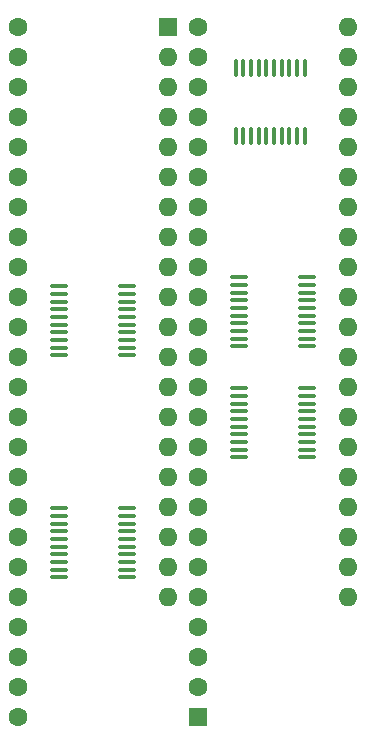
<source format=gts>
G04 #@! TF.GenerationSoftware,KiCad,Pcbnew,(6.0.5)*
G04 #@! TF.CreationDate,2024-06-24T20:21:06-07:00*
G04 #@! TF.ProjectId,MCL6809_PCB,4d434c36-3830-4395-9f50-43422e6b6963,rev?*
G04 #@! TF.SameCoordinates,Original*
G04 #@! TF.FileFunction,Soldermask,Top*
G04 #@! TF.FilePolarity,Negative*
%FSLAX46Y46*%
G04 Gerber Fmt 4.6, Leading zero omitted, Abs format (unit mm)*
G04 Created by KiCad (PCBNEW (6.0.5)) date 2024-06-24 20:21:06*
%MOMM*%
%LPD*%
G01*
G04 APERTURE LIST*
G04 Aperture macros list*
%AMRoundRect*
0 Rectangle with rounded corners*
0 $1 Rounding radius*
0 $2 $3 $4 $5 $6 $7 $8 $9 X,Y pos of 4 corners*
0 Add a 4 corners polygon primitive as box body*
4,1,4,$2,$3,$4,$5,$6,$7,$8,$9,$2,$3,0*
0 Add four circle primitives for the rounded corners*
1,1,$1+$1,$2,$3*
1,1,$1+$1,$4,$5*
1,1,$1+$1,$6,$7*
1,1,$1+$1,$8,$9*
0 Add four rect primitives between the rounded corners*
20,1,$1+$1,$2,$3,$4,$5,0*
20,1,$1+$1,$4,$5,$6,$7,0*
20,1,$1+$1,$6,$7,$8,$9,0*
20,1,$1+$1,$8,$9,$2,$3,0*%
G04 Aperture macros list end*
%ADD10RoundRect,0.100000X0.637500X0.100000X-0.637500X0.100000X-0.637500X-0.100000X0.637500X-0.100000X0*%
%ADD11R,1.600000X1.600000*%
%ADD12C,1.600000*%
%ADD13RoundRect,0.100000X-0.637500X-0.100000X0.637500X-0.100000X0.637500X0.100000X-0.637500X0.100000X0*%
%ADD14O,1.600000X1.600000*%
%ADD15RoundRect,0.100000X-0.100000X0.637500X-0.100000X-0.637500X0.100000X-0.637500X0.100000X0.637500X0*%
G04 APERTURE END LIST*
D10*
X178122500Y-119257000D03*
X178122500Y-118607000D03*
X178122500Y-117957000D03*
X178122500Y-117307000D03*
X178122500Y-116657000D03*
X178122500Y-116007000D03*
X178122500Y-115357000D03*
X178122500Y-114707000D03*
X178122500Y-114057000D03*
X178122500Y-113407000D03*
X172397500Y-113407000D03*
X172397500Y-114057000D03*
X172397500Y-114707000D03*
X172397500Y-115357000D03*
X172397500Y-116007000D03*
X172397500Y-116657000D03*
X172397500Y-117307000D03*
X172397500Y-117957000D03*
X172397500Y-118607000D03*
X172397500Y-119257000D03*
D11*
X168910000Y-141224000D03*
D12*
X168910000Y-138684000D03*
X168910000Y-136144000D03*
X168910000Y-133604000D03*
X168910000Y-131064000D03*
X168910000Y-128524000D03*
X168910000Y-125984000D03*
X168910000Y-123444000D03*
X168910000Y-120904000D03*
X168910000Y-118364000D03*
X168910000Y-115824000D03*
X168910000Y-113284000D03*
X168910000Y-110744000D03*
X168910000Y-108204000D03*
X168910000Y-105664000D03*
X168910000Y-103124000D03*
X168910000Y-100584000D03*
X168910000Y-98044000D03*
X168910000Y-95504000D03*
X168910000Y-92964000D03*
X168910000Y-90424000D03*
X168910000Y-87884000D03*
X168910000Y-85344000D03*
X168910000Y-82804000D03*
X153670000Y-82804000D03*
X153670000Y-85344000D03*
X153670000Y-87884000D03*
X153670000Y-90424000D03*
X153670000Y-92964000D03*
X153670000Y-95504000D03*
X153670000Y-98044000D03*
X153670000Y-100584000D03*
X153670000Y-103124000D03*
X153670000Y-105664000D03*
X153670000Y-108204000D03*
X153670000Y-110744000D03*
X153670000Y-113284000D03*
X153670000Y-115824000D03*
X153670000Y-118364000D03*
X153670000Y-120904000D03*
X153670000Y-123444000D03*
X153670000Y-125984000D03*
X153670000Y-128524000D03*
X153670000Y-131064000D03*
X153670000Y-133604000D03*
X153670000Y-136144000D03*
X153670000Y-138684000D03*
X153670000Y-141224000D03*
D13*
X157157500Y-123567000D03*
X157157500Y-124217000D03*
X157157500Y-124867000D03*
X157157500Y-125517000D03*
X157157500Y-126167000D03*
X157157500Y-126817000D03*
X157157500Y-127467000D03*
X157157500Y-128117000D03*
X157157500Y-128767000D03*
X157157500Y-129417000D03*
X162882500Y-129417000D03*
X162882500Y-128767000D03*
X162882500Y-128117000D03*
X162882500Y-127467000D03*
X162882500Y-126817000D03*
X162882500Y-126167000D03*
X162882500Y-125517000D03*
X162882500Y-124867000D03*
X162882500Y-124217000D03*
X162882500Y-123567000D03*
D11*
X166370000Y-82804000D03*
D14*
X166370000Y-85344000D03*
X166370000Y-87884000D03*
X166370000Y-90424000D03*
X166370000Y-92964000D03*
X166370000Y-95504000D03*
X166370000Y-98044000D03*
X166370000Y-100584000D03*
X166370000Y-103124000D03*
X166370000Y-105664000D03*
X166370000Y-108204000D03*
X166370000Y-110744000D03*
X166370000Y-113284000D03*
X166370000Y-115824000D03*
X166370000Y-118364000D03*
X166370000Y-120904000D03*
X166370000Y-123444000D03*
X166370000Y-125984000D03*
X166370000Y-128524000D03*
X166370000Y-131064000D03*
X181610000Y-131064000D03*
X181610000Y-128524000D03*
X181610000Y-125984000D03*
X181610000Y-123444000D03*
X181610000Y-120904000D03*
X181610000Y-118364000D03*
X181610000Y-115824000D03*
X181610000Y-113284000D03*
X181610000Y-110744000D03*
X181610000Y-108204000D03*
X181610000Y-105664000D03*
X181610000Y-103124000D03*
X181610000Y-100584000D03*
X181610000Y-98044000D03*
X181610000Y-95504000D03*
X181610000Y-92964000D03*
X181610000Y-90424000D03*
X181610000Y-87884000D03*
X181610000Y-85344000D03*
X181610000Y-82804000D03*
D15*
X177931000Y-86291500D03*
X177281000Y-86291500D03*
X176631000Y-86291500D03*
X175981000Y-86291500D03*
X175331000Y-86291500D03*
X174681000Y-86291500D03*
X174031000Y-86291500D03*
X173381000Y-86291500D03*
X172731000Y-86291500D03*
X172081000Y-86291500D03*
X172081000Y-92016500D03*
X172731000Y-92016500D03*
X173381000Y-92016500D03*
X174031000Y-92016500D03*
X174681000Y-92016500D03*
X175331000Y-92016500D03*
X175981000Y-92016500D03*
X176631000Y-92016500D03*
X177281000Y-92016500D03*
X177931000Y-92016500D03*
D13*
X172397500Y-104009000D03*
X172397500Y-104659000D03*
X172397500Y-105309000D03*
X172397500Y-105959000D03*
X172397500Y-106609000D03*
X172397500Y-107259000D03*
X172397500Y-107909000D03*
X172397500Y-108559000D03*
X172397500Y-109209000D03*
X172397500Y-109859000D03*
X178122500Y-109859000D03*
X178122500Y-109209000D03*
X178122500Y-108559000D03*
X178122500Y-107909000D03*
X178122500Y-107259000D03*
X178122500Y-106609000D03*
X178122500Y-105959000D03*
X178122500Y-105309000D03*
X178122500Y-104659000D03*
X178122500Y-104009000D03*
X157157500Y-104771000D03*
X157157500Y-105421000D03*
X157157500Y-106071000D03*
X157157500Y-106721000D03*
X157157500Y-107371000D03*
X157157500Y-108021000D03*
X157157500Y-108671000D03*
X157157500Y-109321000D03*
X157157500Y-109971000D03*
X157157500Y-110621000D03*
X162882500Y-110621000D03*
X162882500Y-109971000D03*
X162882500Y-109321000D03*
X162882500Y-108671000D03*
X162882500Y-108021000D03*
X162882500Y-107371000D03*
X162882500Y-106721000D03*
X162882500Y-106071000D03*
X162882500Y-105421000D03*
X162882500Y-104771000D03*
M02*

</source>
